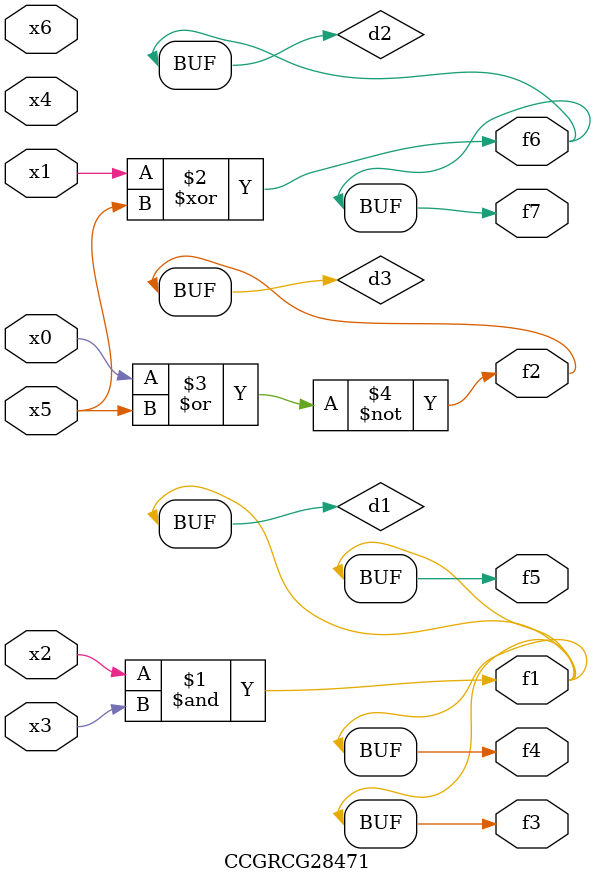
<source format=v>
module CCGRCG28471(
	input x0, x1, x2, x3, x4, x5, x6,
	output f1, f2, f3, f4, f5, f6, f7
);

	wire d1, d2, d3;

	and (d1, x2, x3);
	xor (d2, x1, x5);
	nor (d3, x0, x5);
	assign f1 = d1;
	assign f2 = d3;
	assign f3 = d1;
	assign f4 = d1;
	assign f5 = d1;
	assign f6 = d2;
	assign f7 = d2;
endmodule

</source>
